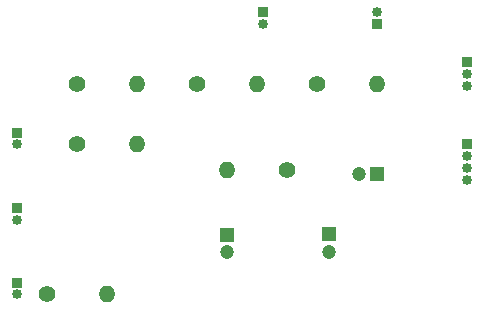
<source format=gbr>
%TF.GenerationSoftware,KiCad,Pcbnew,(6.0.10-0)*%
%TF.CreationDate,2023-01-15T22:19:43+09:00*%
%TF.ProjectId,interface,696e7465-7266-4616-9365-2e6b69636164,rev?*%
%TF.SameCoordinates,Original*%
%TF.FileFunction,Soldermask,Top*%
%TF.FilePolarity,Negative*%
%FSLAX46Y46*%
G04 Gerber Fmt 4.6, Leading zero omitted, Abs format (unit mm)*
G04 Created by KiCad (PCBNEW (6.0.10-0)) date 2023-01-15 22:19:43*
%MOMM*%
%LPD*%
G01*
G04 APERTURE LIST*
%ADD10C,1.400000*%
%ADD11O,1.400000X1.400000*%
%ADD12R,0.850000X0.850000*%
%ADD13O,0.850000X0.850000*%
%ADD14R,1.200000X1.200000*%
%ADD15C,1.200000*%
G04 APERTURE END LIST*
D10*
%TO.C,R4*%
X144780000Y-101230000D03*
D11*
X139700000Y-101230000D03*
%TD*%
D12*
%TO.C,J4*%
X121954870Y-104456250D03*
D13*
X121954870Y-105456250D03*
%TD*%
D12*
%TO.C,J3*%
X121920000Y-98060000D03*
D13*
X121920000Y-99060000D03*
%TD*%
D12*
%TO.C,J6*%
X142781724Y-87855000D03*
D13*
X142781724Y-88855000D03*
%TD*%
D10*
%TO.C,R6*%
X147320000Y-93980000D03*
D11*
X152400000Y-93980000D03*
%TD*%
D10*
%TO.C,R5*%
X137160000Y-93980000D03*
D11*
X142240000Y-93980000D03*
%TD*%
D10*
%TO.C,R3*%
X124460000Y-111760000D03*
D11*
X129540000Y-111760000D03*
%TD*%
D10*
%TO.C,R2*%
X127000000Y-99060000D03*
D11*
X132080000Y-99060000D03*
%TD*%
D10*
%TO.C,R1*%
X127000000Y-93980000D03*
D11*
X132080000Y-93980000D03*
%TD*%
D12*
%TO.C,J7*%
X152400000Y-88858750D03*
D13*
X152400000Y-87858750D03*
%TD*%
D12*
%TO.C,J5*%
X121920000Y-110760000D03*
D13*
X121920000Y-111760000D03*
%TD*%
D12*
%TO.C,J2*%
X160020000Y-99060000D03*
D13*
X160020000Y-100060000D03*
X160020000Y-101060000D03*
X160020000Y-102060000D03*
%TD*%
D12*
%TO.C,J1*%
X160032026Y-92125000D03*
D13*
X160032026Y-93125000D03*
X160032026Y-94125000D03*
%TD*%
D14*
%TO.C,C3*%
X139700000Y-106717446D03*
D15*
X139700000Y-108217446D03*
%TD*%
D14*
%TO.C,C2*%
X148400000Y-106680000D03*
D15*
X148400000Y-108180000D03*
%TD*%
D14*
%TO.C,C1*%
X152400000Y-101600000D03*
D15*
X150900000Y-101600000D03*
%TD*%
M02*

</source>
